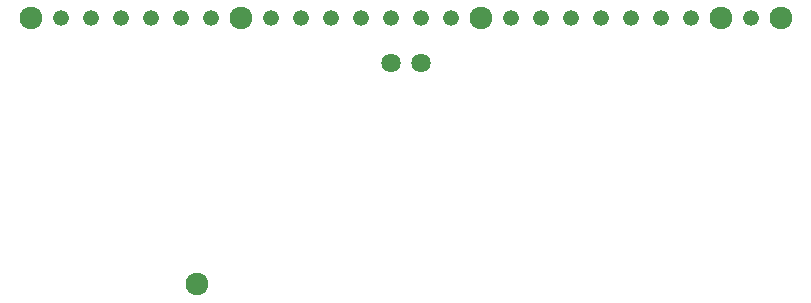
<source format=gbr>
G04 EAGLE Gerber RS-274X export*
G75*
%MOMM*%
%FSLAX34Y34*%
%LPD*%
%INSoldermask Top*%
%IPPOS*%
%AMOC8*
5,1,8,0,0,1.08239X$1,22.5*%
G01*
%ADD10C,1.327000*%
%ADD11C,1.627000*%
%ADD12C,1.927000*%


D10*
X50800Y228600D03*
X76200Y228600D03*
X101600Y228600D03*
X127000Y228600D03*
X152400Y228600D03*
X177800Y228600D03*
X228600Y228600D03*
X254000Y228600D03*
X279400Y228600D03*
X304800Y228600D03*
X330200Y228600D03*
X355600Y228600D03*
X381000Y228600D03*
X431800Y228600D03*
X457200Y228600D03*
X482600Y228600D03*
X508000Y228600D03*
X533400Y228600D03*
X558800Y228600D03*
X584200Y228600D03*
X635000Y228600D03*
D11*
X355600Y190500D03*
X330200Y190500D03*
D12*
X25400Y228600D03*
X406400Y228600D03*
X165894Y3175D03*
X203200Y228600D03*
X609600Y228600D03*
X660400Y228600D03*
M02*

</source>
